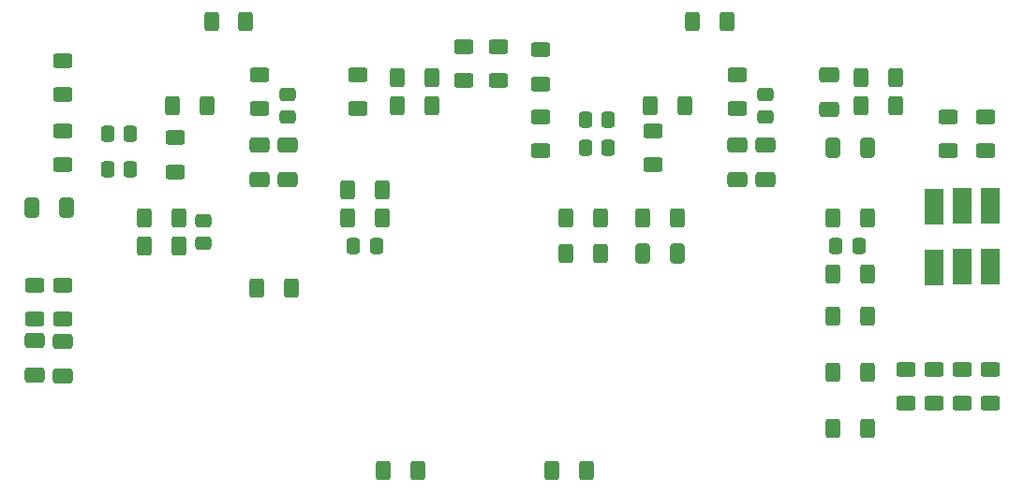
<source format=gbr>
%TF.GenerationSoftware,KiCad,Pcbnew,(6.0.10)*%
%TF.CreationDate,2023-04-08T13:29:20+03:00*%
%TF.ProjectId,DelSol_Modulator,44656c53-6f6c-45f4-9d6f-64756c61746f,rev?*%
%TF.SameCoordinates,Original*%
%TF.FileFunction,Paste,Bot*%
%TF.FilePolarity,Positive*%
%FSLAX46Y46*%
G04 Gerber Fmt 4.6, Leading zero omitted, Abs format (unit mm)*
G04 Created by KiCad (PCBNEW (6.0.10)) date 2023-04-08 13:29:20*
%MOMM*%
%LPD*%
G01*
G04 APERTURE LIST*
G04 Aperture macros list*
%AMRoundRect*
0 Rectangle with rounded corners*
0 $1 Rounding radius*
0 $2 $3 $4 $5 $6 $7 $8 $9 X,Y pos of 4 corners*
0 Add a 4 corners polygon primitive as box body*
4,1,4,$2,$3,$4,$5,$6,$7,$8,$9,$2,$3,0*
0 Add four circle primitives for the rounded corners*
1,1,$1+$1,$2,$3*
1,1,$1+$1,$4,$5*
1,1,$1+$1,$6,$7*
1,1,$1+$1,$8,$9*
0 Add four rect primitives between the rounded corners*
20,1,$1+$1,$2,$3,$4,$5,0*
20,1,$1+$1,$4,$5,$6,$7,0*
20,1,$1+$1,$6,$7,$8,$9,0*
20,1,$1+$1,$8,$9,$2,$3,0*%
G04 Aperture macros list end*
%ADD10RoundRect,0.250000X0.337500X0.475000X-0.337500X0.475000X-0.337500X-0.475000X0.337500X-0.475000X0*%
%ADD11RoundRect,0.250000X0.625000X-0.400000X0.625000X0.400000X-0.625000X0.400000X-0.625000X-0.400000X0*%
%ADD12RoundRect,0.250000X0.400000X0.625000X-0.400000X0.625000X-0.400000X-0.625000X0.400000X-0.625000X0*%
%ADD13RoundRect,0.250000X-0.625000X0.400000X-0.625000X-0.400000X0.625000X-0.400000X0.625000X0.400000X0*%
%ADD14R,1.700000X3.300000*%
%ADD15RoundRect,0.250000X0.650000X-0.412500X0.650000X0.412500X-0.650000X0.412500X-0.650000X-0.412500X0*%
%ADD16RoundRect,0.250000X-0.400000X-0.625000X0.400000X-0.625000X0.400000X0.625000X-0.400000X0.625000X0*%
%ADD17RoundRect,0.250000X-0.650000X0.412500X-0.650000X-0.412500X0.650000X-0.412500X0.650000X0.412500X0*%
%ADD18RoundRect,0.250000X0.475000X-0.337500X0.475000X0.337500X-0.475000X0.337500X-0.475000X-0.337500X0*%
%ADD19RoundRect,0.250000X-0.412500X-0.650000X0.412500X-0.650000X0.412500X0.650000X-0.412500X0.650000X0*%
%ADD20RoundRect,0.250000X0.412500X0.650000X-0.412500X0.650000X-0.412500X-0.650000X0.412500X-0.650000X0*%
%ADD21RoundRect,0.250000X-0.337500X-0.475000X0.337500X-0.475000X0.337500X0.475000X-0.337500X0.475000X0*%
G04 APERTURE END LIST*
D10*
X49297500Y-46345000D03*
X47222500Y-46345000D03*
D11*
X60960000Y-40920000D03*
X60960000Y-37820000D03*
D12*
X76480000Y-40640000D03*
X73380000Y-40640000D03*
D13*
X43180000Y-36550000D03*
X43180000Y-39650000D03*
D12*
X56160000Y-40640000D03*
X53060000Y-40640000D03*
D14*
X127000000Y-55210000D03*
X127000000Y-49710000D03*
D15*
X43180000Y-65062500D03*
X43180000Y-61937500D03*
D13*
X79375000Y-35280000D03*
X79375000Y-38380000D03*
D12*
X72035000Y-50800000D03*
X68935000Y-50800000D03*
X115850000Y-59690000D03*
X112750000Y-59690000D03*
X59690000Y-33020000D03*
X56590000Y-33020000D03*
D10*
X92477500Y-41910000D03*
X90402500Y-41910000D03*
D13*
X86360000Y-35560000D03*
X86360000Y-38660000D03*
D16*
X88620000Y-53975000D03*
X91720000Y-53975000D03*
D11*
X96520000Y-46000000D03*
X96520000Y-42900000D03*
D13*
X69850000Y-37820000D03*
X69850000Y-40920000D03*
X123190000Y-41630000D03*
X123190000Y-44730000D03*
D17*
X40640000Y-61872500D03*
X40640000Y-64997500D03*
D10*
X49297500Y-43180000D03*
X47222500Y-43180000D03*
D11*
X104140000Y-40920000D03*
X104140000Y-37820000D03*
D14*
X124460000Y-55220000D03*
X124460000Y-49720000D03*
D18*
X63500000Y-41677500D03*
X63500000Y-39602500D03*
D12*
X99340000Y-40640000D03*
X96240000Y-40640000D03*
X75210000Y-73660000D03*
X72110000Y-73660000D03*
D11*
X124460000Y-67590000D03*
X124460000Y-64490000D03*
D19*
X40357500Y-49860000D03*
X43482500Y-49860000D03*
D16*
X115290000Y-40640000D03*
X118390000Y-40640000D03*
D11*
X40640000Y-59970000D03*
X40640000Y-56870000D03*
D17*
X112395000Y-37807500D03*
X112395000Y-40932500D03*
D11*
X53340000Y-46635000D03*
X53340000Y-43535000D03*
D15*
X60960000Y-47282500D03*
X60960000Y-44157500D03*
D16*
X60680000Y-57150000D03*
X63780000Y-57150000D03*
D20*
X98717500Y-53975000D03*
X95592500Y-53975000D03*
D16*
X112750000Y-55880000D03*
X115850000Y-55880000D03*
D12*
X115850000Y-69850000D03*
X112750000Y-69850000D03*
D14*
X121920000Y-55270000D03*
X121920000Y-49770000D03*
D15*
X104140000Y-47282500D03*
X104140000Y-44157500D03*
D12*
X76480000Y-38100000D03*
X73380000Y-38100000D03*
D11*
X43180000Y-59970000D03*
X43180000Y-56870000D03*
D16*
X68935000Y-48260000D03*
X72035000Y-48260000D03*
D18*
X55880000Y-53107500D03*
X55880000Y-51032500D03*
D13*
X119380000Y-64490000D03*
X119380000Y-67590000D03*
D16*
X50520000Y-50800000D03*
X53620000Y-50800000D03*
D20*
X115862500Y-44450000D03*
X112737500Y-44450000D03*
D11*
X127000000Y-67590000D03*
X127000000Y-64490000D03*
D13*
X43180000Y-42900000D03*
X43180000Y-46000000D03*
D16*
X115290000Y-38100000D03*
X118390000Y-38100000D03*
D12*
X115850000Y-50800000D03*
X112750000Y-50800000D03*
D21*
X69447500Y-53340000D03*
X71522500Y-53340000D03*
D16*
X95605000Y-50800000D03*
X98705000Y-50800000D03*
D17*
X106680000Y-44157500D03*
X106680000Y-47282500D03*
D13*
X82550000Y-35280000D03*
X82550000Y-38380000D03*
D11*
X126530000Y-44730000D03*
X126530000Y-41630000D03*
D13*
X86360000Y-41630000D03*
X86360000Y-44730000D03*
D12*
X115850000Y-64770000D03*
X112750000Y-64770000D03*
D17*
X63500000Y-44157500D03*
X63500000Y-47282500D03*
D18*
X106680000Y-41677500D03*
X106680000Y-39602500D03*
D16*
X87350000Y-73660000D03*
X90450000Y-73660000D03*
D11*
X121920000Y-67590000D03*
X121920000Y-64490000D03*
D10*
X92477500Y-44450000D03*
X90402500Y-44450000D03*
D21*
X113030000Y-53340000D03*
X115105000Y-53340000D03*
D12*
X103150000Y-33020000D03*
X100050000Y-33020000D03*
D16*
X88620000Y-50800000D03*
X91720000Y-50800000D03*
X50520000Y-53340000D03*
X53620000Y-53340000D03*
M02*

</source>
